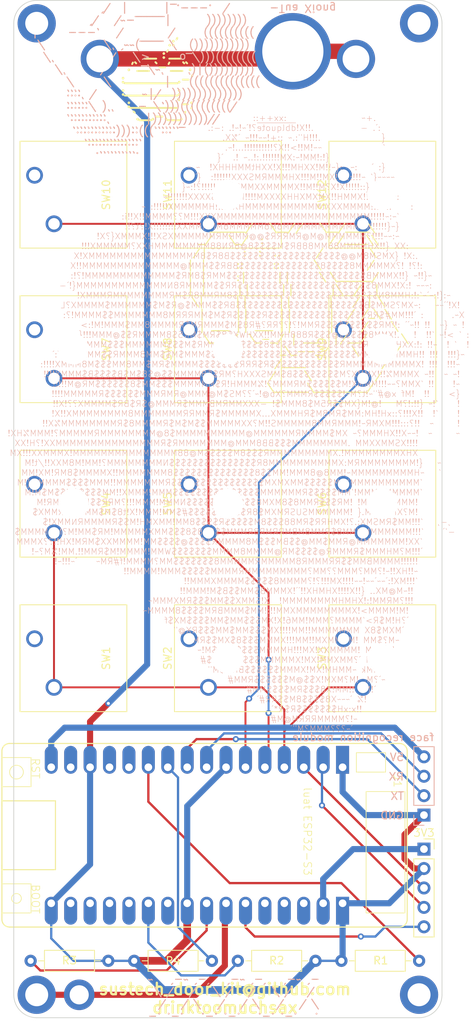
<source format=kicad_pcb>
(kicad_pcb (version 20221018) (generator pcbnew)
  (title_block (title "sustech_door_kit_exMoudle") (date "2023-07-05") (company "drinktoomuchsax"))
  (layers (0 "F.Cu" signal) (31 "B.Cu" signal) (34 "B.Paste" user) (35 "F.Paste" user) (36 "B.SilkS" user "B.Silkscreen") (37 "F.SilkS" user "F.Silkscreen") (38 "B.Mask" user) (39 "F.Mask" user) (44 "Edge.Cuts" user))
  (net 0 "")
  (net 13 "+5V")
  (net 14 "GND")
  (net 15 "Net-(J1-GPIO4)")
  (net 16 "Net-(J1-GPIO5)")
  (net 21 "Net-(J1-3v3)")
  (net 24 "Net-(J1-GPIO12)")
  (net 25 "Net-(J1-GPIO015)")
  (net 28 "/Lidar_RX")
  (net 29 "/Lidar_TX")
  (net 30 "/touch_pad")
  (net 31 "/FR_RX")
  (net 34 "Net-(J1-GPIO13)")
  (net 35 "/FR_TX")
  (net 37 "Net-(J1-GPIO9)")
  (net 38 "Net-(J1-GPIO8)")
  (net 39 "Net-(J1-GPIO3)")
  (footprint "Button_Switch_Keyboard:SW_Cherry_MX_1.00u_Plate" (layer "F.Cu") (at 46.235 47.793299 90)
    (fp_text reference "SW10" (at -2.556701 9.365 90) (layer "F.SilkS"))
    (fp_text value "SW_Push")
    (fp_line (start -9.525 -1.905) (end 4.445 -1.905) (stroke (width 0.12)) (layer "F.SilkS"))
    (fp_line (start -9.525 12.065) (end -9.525 -1.905) (stroke (width 0.12)) (layer "F.SilkS"))
    (fp_line (start 4.445 -1.905) (end 4.445 12.065) (stroke (width 0.12)) (layer "F.SilkS"))
    (fp_line (start 4.445 12.065) (end -9.525 12.065) (stroke (width 0.12)) (layer "F.SilkS"))
    (pad "" np_thru_hole circle (at -2.54 5.08 90) (size 4 4) (drill 4) (layers "*.Cu" "*.Mask"))
    (pad "1" thru_hole circle (at 0 0 90) (size 2.2 2.2) (drill 1.5) (layers "*.Cu" "*.Mask"))
    (pad "2" thru_hole circle (at -6.35 2.54 90) (size 2.2 2.2) (drill 1.5) (layers "*.Cu" "*.Mask") (net 16 "Net-(J1-GPIO5)"))
  )
  (footprint "Button_Switch_Keyboard:SW_Cherry_MX_1.00u_Plate" (layer "F.Cu") (at 46.235 67.993299 90)
    (fp_text reference "SW7" (at -2.556701 9.365 90) (layer "F.SilkS"))
    (fp_text value "SW_Push")
    (fp_line (start -9.525 -1.905) (end 4.445 -1.905) (stroke (width 0.12)) (layer "F.SilkS"))
    (fp_line (start -9.525 12.065) (end -9.525 -1.905) (stroke (width 0.12)) (layer "F.SilkS"))
    (fp_line (start 4.445 -1.905) (end 4.445 12.065) (stroke (width 0.12)) (layer "F.SilkS"))
    (fp_line (start 4.445 12.065) (end -9.525 12.065) (stroke (width 0.12)) (layer "F.SilkS"))
    (pad "" np_thru_hole circle (at -2.54 5.08 90) (size 4 4) (drill 4) (layers "*.Cu" "*.Mask"))
    (pad "1" thru_hole circle (at 0 0 90) (size 2.2 2.2) (drill 1.5) (layers "*.Cu" "*.Mask"))
    (pad "2" thru_hole circle (at -6.35 2.54 90) (size 2.2 2.2) (drill 1.5) (layers "*.Cu" "*.Mask") (net 15 "Net-(J1-GPIO4)"))
  )
  (footprint "Resistor_THT:R_Axial_DIN0207_L6.3mm_D2.5mm_P10.16mm_Horizontal" (layer "F.Cu") (at 55.88 150.495 180)
    (fp_text reference "R3" (at 5.08 0.045 180) (layer "F.SilkS"))
    (fp_text value "R")
    (fp_line (start 1.04 0) (end 1.81 0) (stroke (width 0.12)) (layer "F.SilkS"))
    (fp_line (start 1.81 -1.37) (end 1.81 1.37) (stroke (width 0.12)) (layer "F.SilkS"))
    (fp_line (start 1.81 1.37) (end 8.35 1.37) (stroke (width 0.12)) (layer "F.SilkS"))
    (fp_line (start 8.35 -1.37) (end 1.81 -1.37) (stroke (width 0.12)) (layer "F.SilkS"))
    (fp_line (start 8.35 1.37) (end 8.35 -1.37) (stroke (width 0.12)) (layer "F.SilkS"))
    (fp_line (start 9.12 0) (end 8.35 0) (stroke (width 0.12)) (layer "F.SilkS"))
    (pad "1" thru_hole circle (at 0 0 180) (size 1.6 1.6) (drill 0.8) (layers "*.Cu" "*.Mask") (net 14 "GND"))
    (pad "2" thru_hole oval (at 10.16 0 180) (size 1.6 1.6) (drill 0.8) (layers "*.Cu" "*.Mask") (net 34 "Net-(J1-GPIO13)"))
  )
  (footprint "My_hole:R3R5" (layer "F.Cu") (at 96.52 27.763299)
    (fp_text reference "REF**" hide)
    (fp_text value "R3R5")
    (pad "1" thru_hole circle (at -0.005 0.17 180) (size 5 5) (drill 3) (layers "*.Cu" "*.Mask"))
  )
  (footprint "Button_Switch_Keyboard:SW_Cherry_MX_1.00u_Plate" (layer "F.Cu") (at 86.635 67.993299 90)
    (fp_text reference "SW9" (at -2.54 -2.794 90) (layer "F.SilkS"))
    (fp_text value "SW_Push")
    (fp_line (start -9.525 -1.905) (end 4.445 -1.905) (stroke (width 0.12)) (layer "F.SilkS"))
    (fp_line (start -9.525 12.065) (end -9.525 -1.905) (stroke (width 0.12)) (layer "F.SilkS"))
    (fp_line (start 4.445 -1.905) (end 4.445 12.065) (stroke (width 0.12)) (layer "F.SilkS"))
    (fp_line (start 4.445 12.065) (end -9.525 12.065) (stroke (width 0.12)) (layer "F.SilkS"))
    (pad "" np_thru_hole circle (at -2.54 5.08 90) (size 4 4) (drill 4) (layers "*.Cu" "*.Mask"))
    (pad "1" thru_hole circle (at 0 0 90) (size 2.2 2.2) (drill 1.5) (layers "*.Cu" "*.Mask"))
    (pad "2" thru_hole circle (at -6.35 2.54 90) (size 2.2 2.2) (drill 1.5) (layers "*.Cu" "*.Mask") (net 16 "Net-(J1-GPIO5)"))
  )
  (footprint "Button_Switch_Keyboard:SW_Cherry_MX_1.00u_Plate" (layer "F.Cu") (at 86.635 88.193299 90)
    (fp_text reference "SW6" (at -2.54 -2.794 90) (layer "F.SilkS"))
    (fp_text value "SW_Push")
    (fp_line (start -9.525 -1.905) (end 4.445 -1.905) (stroke (width 0.12)) (layer "F.SilkS"))
    (fp_line (start -9.525 12.065) (end -9.525 -1.905) (stroke (width 0.12)) (layer "F.SilkS"))
    (fp_line (start 4.445 -1.905) (end 4.445 12.065) (stroke (width 0.12)) (layer "F.SilkS"))
    (fp_line (start 4.445 12.065) (end -9.525 12.065) (stroke (width 0.12)) (layer "F.SilkS"))
    (pad "" np_thru_hole circle (at -2.54 5.08 90) (size 4 4) (drill 4) (layers "*.Cu" "*.Mask"))
    (pad "1" thru_hole circle (at 0 0 90) (size 2.2 2.2) (drill 1.5) (layers "*.Cu" "*.Mask"))
    (pad "2" thru_hole circle (at -6.35 2.54 90) (size 2.2 2.2) (drill 1.5) (layers "*.Cu" "*.Mask") (net 15 "Net-(J1-GPIO4)"))
  )
  (footprint "Button_Switch_Keyboard:SW_Cherry_MX_1.00u_Plate" (layer "F.Cu") (at 46.235 108.393299 90)
    (fp_text reference "SW1" (at -2.556701 9.365 90) (layer "F.SilkS"))
    (fp_text value "SW_Push")
    (fp_line (start -9.525 -1.905) (end 4.445 -1.905) (stroke (width 0.12)) (layer "F.SilkS"))
    (fp_line (start -9.525 12.065) (end -9.525 -1.905) (stroke (width 0.12)) (layer "F.SilkS"))
    (fp_line (start 4.445 -1.905) (end 4.445 12.065) (stroke (width 0.12)) (layer "F.SilkS"))
    (fp_line (start 4.445 12.065) (end -9.525 12.065) (stroke (width 0.12)) (layer "F.SilkS"))
    (pad "" np_thru_hole circle (at -2.54 5.08 90) (size 4 4) (drill 4) (layers "*.Cu" "*.Mask"))
    (pad "1" thru_hole circle (at 0 0 90) (size 2.2 2.2) (drill 1.5) (layers "*.Cu" "*.Mask"))
    (pad "2" thru_hole circle (at -6.35 2.54 90) (size 2.2 2.2) (drill 1.5) (layers "*.Cu" "*.Mask") (net 39 "Net-(J1-GPIO3)"))
  )
  (footprint "Resistor_THT:R_Axial_DIN0207_L6.3mm_D2.5mm_P10.16mm_Horizontal" (layer "F.Cu") (at 69.426666 150.495 180)
    (fp_text reference "R4" (at 5.076666 -0.005 180) (layer "F.SilkS"))
    (fp_text value "R")
    (fp_line (start 1.04 0) (end 1.81 0) (stroke (width 0.12)) (layer "F.SilkS"))
    (fp_line (start 1.81 -1.37) (end 1.81 1.37) (stroke (width 0.12)) (layer "F.SilkS"))
    (fp_line (start 1.81 1.37) (end 8.35 1.37) (stroke (width 0.12)) (layer "F.SilkS"))
    (fp_line (start 8.35 -1.37) (end 1.81 -1.37) (stroke (width 0.12)) (layer "F.SilkS"))
    (fp_line (start 8.35 1.37) (end 8.35 -1.37) (stroke (width 0.12)) (layer "F.SilkS"))
    (fp_line (start 9.12 0) (end 8.35 0) (stroke (width 0.12)) (layer "F.SilkS"))
    (pad "1" thru_hole circle (at 0 0 180) (size 1.6 1.6) (drill 0.8) (layers "*.Cu" "*.Mask") (net 38 "Net-(J1-GPIO8)"))
    (pad "2" thru_hole oval (at 10.16 0 180) (size 1.6 1.6) (drill 0.8) (layers "*.Cu" "*.Mask") (net 14 "GND"))
  )
  (footprint "Button_Switch_Keyboard:SW_Cherry_MX_1.00u_Plate" (layer "F.Cu") (at 66.435 47.793299 90)
    (fp_text reference "SW11" (at -2.54 -2.794 90) (layer "F.SilkS"))
    (fp_text value "SW_Push")
    (fp_line (start -9.525 -1.905) (end 4.445 -1.905) (stroke (width 0.12)) (layer "F.SilkS"))
    (fp_line (start -9.525 12.065) (end -9.525 -1.905) (stroke (width 0.12)) (layer "F.SilkS"))
    (fp_line (start 4.445 -1.905) (end 4.445 12.065) (stroke (width 0.12)) (layer "F.SilkS"))
    (fp_line (start 4.445 12.065) (end -9.525 12.065) (stroke (width 0.12)) (layer "F.SilkS"))
    (pad "" np_thru_hole circle (at -2.54 5.08 90) (size 4 4) (drill 4) (layers "*.Cu" "*.Mask"))
    (pad "1" thru_hole circle (at 0 0 90) (size 2.2 2.2) (drill 1.5) (layers "*.Cu" "*.Mask"))
    (pad "2" thru_hole circle (at -6.35 2.54 90) (size 2.2 2.2) (drill 1.5) (layers "*.Cu" "*.Mask") (net 16 "Net-(J1-GPIO5)"))
  )
  (footprint "Button_Switch_Keyboard:SW_Cherry_MX_1.00u_Plate" (layer "F.Cu") (at 46.235 88.193299 90)
    (fp_text reference "SW4" (at -2.556701 9.365 90) (layer "F.SilkS"))
    (fp_text value "SW_Push")
    (fp_line (start -9.525 -1.905) (end 4.445 -1.905) (stroke (width 0.12)) (layer "F.SilkS"))
    (fp_line (start -9.525 12.065) (end -9.525 -1.905) (stroke (width 0.12)) (layer "F.SilkS"))
    (fp_line (start 4.445 -1.905) (end 4.445 12.065) (stroke (width 0.12)) (layer "F.SilkS"))
    (fp_line (start 4.445 12.065) (end -9.525 12.065) (stroke (width 0.12)) (layer "F.SilkS"))
    (pad "" np_thru_hole circle (at -2.54 5.08 90) (size 4 4) (drill 4) (layers "*.Cu" "*.Mask"))
    (pad "1" thru_hole circle (at 0 0 90) (size 2.2 2.2) (drill 1.5) (layers "*.Cu" "*.Mask"))
    (pad "2" thru_hole circle (at -6.35 2.54 90) (size 2.2 2.2) (drill 1.5) (layers "*.Cu" "*.Mask") (net 39 "Net-(J1-GPIO3)"))
  )
  (footprint "Button_Switch_Keyboard:SW_Cherry_MX_1.00u_Plate" (layer "F.Cu") (at 66.435 88.193299 90)
    (fp_text reference "SW5" (at -2.54 -2.794 90) (layer "F.SilkS"))
    (fp_text value "SW_Push")
    (fp_line (start -9.525 -1.905) (end 4.445 -1.905) (stroke (width 0.12)) (layer "F.SilkS"))
    (fp_line (start -9.525 12.065) (end -9.525 -1.905) (stroke (width 0.12)) (layer "F.SilkS"))
    (fp_line (start 4.445 -1.905) (end 4.445 12.065) (stroke (width 0.12)) (layer "F.SilkS"))
    (fp_line (start 4.445 12.065) (end -9.525 12.065) (stroke (width 0.12)) (layer "F.SilkS"))
    (pad "" np_thru_hole circle (at -2.54 5.08 90) (size 4 4) (drill 4) (layers "*.Cu" "*.Mask"))
    (pad "1" thru_hole circle (at 0 0 90) (size 2.2 2.2) (drill 1.5) (layers "*.Cu" "*.Mask"))
    (pad "2" thru_hole circle (at -6.35 2.54 90) (size 2.2 2.2) (drill 1.5) (layers "*.Cu" "*.Mask") (net 15 "Net-(J1-GPIO4)"))
  )
  (footprint "Button_Switch_Keyboard:SW_Cherry_MX_1.00u_Plate" (layer "F.Cu") (at 66.435 67.993299 90)
    (fp_text reference "SW8" (at -2.54 -2.794 90) (layer "F.SilkS"))
    (fp_text value "SW_Push")
    (fp_line (start -9.525 -1.905) (end 4.445 -1.905) (stroke (width 0.12)) (layer "F.SilkS"))
    (fp_line (start -9.525 12.065) (end -9.525 -1.905) (stroke (width 0.12)) (layer "F.SilkS"))
    (fp_line (start 4.445 -1.905) (end 4.445 12.065) (stroke (width 0.12)) (layer "F.SilkS"))
    (fp_line (start 4.445 12.065) (end -9.525 12.065) (stroke (width 0.12)) (layer "F.SilkS"))
    (pad "" np_thru_hole circle (at -2.54 5.08 90) (size 4 4) (drill 4) (layers "*.Cu" "*.Mask"))
    (pad "1" thru_hole circle (at 0 0 90) (size 2.2 2.2) (drill 1.5) (layers "*.Cu" "*.Mask"))
    (pad "2" thru_hole circle (at -6.35 2.54 90) (size 2.2 2.2) (drill 1.5) (layers "*.Cu" "*.Mask") (net 15 "Net-(J1-GPIO4)"))
  )
  (footprint "Resistor_THT:R_Axial_DIN0207_L6.3mm_D2.5mm_P10.16mm_Horizontal" (layer "F.Cu") (at 82.973332 150.495 180)
    (fp_text reference "R2" (at 5.08 0.045 180) (layer "F.SilkS"))
    (fp_text value "R")
    (fp_line (start 1.04 0) (end 1.81 0) (stroke (width 0.12)) (layer "F.SilkS"))
    (fp_line (start 1.81 -1.37) (end 1.81 1.37) (stroke (width 0.12)) (layer "F.SilkS"))
    (fp_line (start 1.81 1.37) (end 8.35 1.37) (stroke (width 0.12)) (layer "F.SilkS"))
    (fp_line (start 8.35 -1.37) (end 1.81 -1.37) (stroke (width 0.12)) (layer "F.SilkS"))
    (fp_line (start 8.35 1.37) (end 8.35 -1.37) (stroke (width 0.12)) (layer "F.SilkS"))
    (fp_line (start 9.12 0) (end 8.35 0) (stroke (width 0.12)) (layer "F.SilkS"))
    (pad "1" thru_hole circle (at 0 0 180) (size 1.6 1.6) (drill 0.8) (layers "*.Cu" "*.Mask") (net 14 "GND"))
    (pad "2" thru_hole oval (at 10.16 0 180) (size 1.6 1.6) (drill 0.8) (layers "*.Cu" "*.Mask") (net 24 "Net-(J1-GPIO12)"))
  )
  (footprint "My_hole:R3R5" (layer "F.Cu") (at 46.99 154.763299)
    (fp_text reference "REF**" hide)
    (fp_text value "R3R5")
    (pad "1" thru_hole circle (at -0.475 0.17 180) (size 5 5) (drill 3) (layers "*.Cu" "*.Mask") (net 30 "/touch_pad"))
  )
  (footprint "My_hole:R3R5" (layer "F.Cu") (at 96.52 155.398299)
    (fp_text reference "REF**" hide)
    (fp_text value "R3R5")
    (pad "1" thru_hole circle (at -0.005 -0.465 180) (size 5 5) (drill 3) (layers "*.Cu" "*.Mask"))
  )
  (footprint "My_hole:R3R5" (layer "F.Cu") (at 46.355 27.763299)
    (fp_text reference "REF**" hide)
    (fp_text value "R3R5")
    (pad "1" thru_hole circle (at 0.16 0.17 180) (size 5 5) (drill 3) (layers "*.Cu" "*.Mask"))
  )
  (footprint "Connector_PinSocket_2.54mm:PinSocket_1x05_P2.54mm_Vertical" (layer "F.Cu") (at 97.155 135.89)
    (fp_text reference "J3" hide)
    (fp_text value "Lidar")
    (fp_line (start -1.33 1.27) (end -1.33 11.49) (stroke (width 0.12)) (layer "F.SilkS"))
    (fp_line (start -1.33 1.27) (end 1.33 1.27) (stroke (width 0.12)) (layer "F.SilkS"))
    (fp_line (start -1.33 11.49) (end 1.33 11.49) (stroke (width 0.12)) (layer "F.SilkS"))
    (fp_line (start 0 -1.33) (end 1.33 -1.33) (stroke (width 0.12)) (layer "F.SilkS"))
    (fp_line (start 1.33 -1.33) (end 1.33 0) (stroke (width 0.12)) (layer "F.SilkS"))
    (fp_line (start 1.33 1.27) (end 1.33 11.49) (stroke (width 0.12)) (layer "F.SilkS"))
    (pad "1" thru_hole rect (at 0 0) (size 1.7 1.7) (drill 1) (layers "*.Cu" "*.Mask") (net 21 "Net-(J1-3v3)"))
    (pad "2" thru_hole oval (at 0 2.54) (size 1.7 1.7) (drill 1) (layers "*.Cu" "*.Mask") (net 14 "GND"))
    (pad "3" thru_hole oval (at 0 5.08) (size 1.7 1.7) (drill 1) (layers "*.Cu" "*.Mask") (net 29 "/Lidar_TX"))
    (pad "4" thru_hole oval (at 0 7.62) (size 1.7 1.7) (drill 1) (layers "*.Cu" "*.Mask") (net 28 "/Lidar_RX"))
    (pad "5" thru_hole oval (at 0 10.16) (size 1.7 1.7) (drill 1) (layers "*.Cu" "*.Mask") (net 25 "Net-(J1-GPIO015)"))
  )
  (footprint "Button_Switch_Keyboard:SW_Cherry_MX_1.00u_Plate" (layer "F.Cu") (at 66.435 108.393299 90)
    (fp_text reference "SW2" (at -2.54 -2.794 90) (layer "F.SilkS"))
    (fp_text value "SW_Push")
    (fp_line (start -9.525 -1.905) (end 4.445 -1.905) (stroke (width 0.12)) (layer "F.SilkS"))
    (fp_line (start -9.525 12.065) (end -9.525 -1.905) (stroke (width 0.12)) (layer "F.SilkS"))
    (fp_line (start 4.445 -1.905) (end 4.445 12.065) (stroke (width 0.12)) (layer "F.SilkS"))
    (fp_line (start 4.445 12.065) (end -9.525 12.065) (stroke (width 0.12)) (layer "F.SilkS"))
    (pad "" np_thru_hole circle (at -2.54 5.08 90) (size 4 4) (drill 4) (layers "*.Cu" "*.Mask"))
    (pad "1" thru_hole circle (at 0 0 90) (size 2.2 2.2) (drill 1.5) (layers "*.Cu" "*.Mask"))
    (pad "2" thru_hole circle (at -6.35 2.54 90) (size 2.2 2.2) (drill 1.5) (layers "*.Cu" "*.Mask") (net 39 "Net-(J1-GPIO3)"))
  )
  (footprint "Button_Switch_Keyboard:SW_Cherry_MX_1.00u_Plate" (layer "F.Cu") (at 86.635 108.393299 90)
    (fp_text reference "SW3" (at -2.54 -2.794 90) (layer "F.SilkS"))
    (fp_text value "SW_Push")
    (fp_line (start -9.525 -1.905) (end 4.445 -1.905) (stroke (width 0.12)) (layer "F.SilkS"))
    (fp_line (start -9.525 12.065) (end -9.525 -1.905) (stroke (width 0.12)) (layer "F.SilkS"))
    (fp_line (start 4.445 -1.905) (end 4.445 12.065) (stroke (width 0.12)) (layer "F.SilkS"))
    (fp_line (start 4.445 12.065) (end -9.525 12.065) (stroke (width 0.12)) (layer "F.SilkS"))
    (pad "" np_thru_hole circle (at -2.54 5.08 90) (size 4 4) (drill 4) (layers "*.Cu" "*.Mask"))
    (pad "1" thru_hole circle (at 0 0 90) (size 2.2 2.2) (drill 1.5) (layers "*.Cu" "*.Mask"))
    (pad "2" thru_hole circle (at -6.35 2.54 90) (size 2.2 2.2) (drill 1.5) (layers "*.Cu" "*.Mask") (net 39 "Net-(J1-GPIO3)"))
  )
  (footprint "Resistor_THT:R_Axial_DIN0207_L6.3mm_D2.5mm_P10.16mm_Horizontal" (layer "F.Cu") (at 96.52 150.495 180)
    (fp_text reference "R1" (at 5.02 0.045 180) (layer "F.SilkS"))
    (fp_text value "R")
    (fp_line (start 1.04 0) (end 1.81 0) (stroke (width 0.12)) (layer "F.SilkS"))
    (fp_line (start 1.81 -1.37) (end 1.81 1.37) (stroke (width 0.12)) (layer "F.SilkS"))
    (fp_line (start 1.81 1.37) (end 8.35 1.37) (stroke (width 0.12)) (layer "F.SilkS"))
    (fp_line (start 8.35 -1.37) (end 1.81 -1.37) (stroke (width 0.12)) (layer "F.SilkS"))
    (fp_line (start 8.35 1.37) (end 8.35 -1.37) (stroke (width 0.12)) (layer "F.SilkS"))
    (fp_line (start 9.12 0) (end 8.35 0) (stroke (width 0.12)) (layer "F.SilkS"))
    (pad "1" thru_hole circle (at 0 0 180) (size 1.6 1.6) (drill 0.8) (layers "*.Cu" "*.Mask") (net 37 "Net-(J1-GPIO9)"))
    (pad "2" thru_hole oval (at 10.16 0 180) (size 1.6 1.6) (drill 0.8) (layers "*.Cu" "*.Mask") (net 14 "GND"))
  )
  (footprint "Button_Switch_Keyboard:SW_Cherry_MX_1.00u_Plate" (layer "F.Cu") (at 86.635 47.793299 90)
    (fp_text reference "SW12" (at -2.54 -2.794 90) (layer "F.SilkS"))
    (fp_text value "SW_Push")
    (fp_line (start -9.525 -1.905) (end 4.445 -1.905) (stroke (width 0.12)) (layer "F.SilkS"))
    (fp_line (start -9.525 12.065) (end -9.525 -1.905) (stroke (width 0.12)) (layer "F.SilkS"))
    (fp_line (start 4.445 -1.905) (end 4.445 12.065) (stroke (width 0.12)) (layer "F.SilkS"))
    (fp_line (start 4.445 12.065) (end -9.525 12.065) (stroke (width 0.12)) (layer "F.SilkS"))
    (pad "" np_thru_hole circle (at -2.54 5.08 90) (size 4 4) (drill 4) (layers "*.Cu" "*.Mask"))
    (pad "1" thru_hole circle (at 0 0 90) (size 2.2 2.2) (drill 1.5) (layers "*.Cu" "*.Mask"))
    (pad "2" thru_hole circle (at -6.35 2.54 90) (size 2.2 2.2) (drill 1.5) (layers "*.Cu" "*.Mask") (net 16 "Net-(J1-GPIO5)"))
  )
  (footprint "MydevBoard:luat-esp32-s3-devBoard" (layer "F.Cu") (at 41.965 134.08 -90)
    (fp_text reference "J1" (at -7.08 -51.735 -90 unlocked) (layer "F.SilkS") (effects (font (thickness 0.1))))
    (fp_text value "luat-esp32-s3_socket")
    (fp_text user "luat ESP32-S3" (at -6.35 -39.37 -90 unlocked) (layer "F.SilkS") (effects (font (thickness 0.1)) (justify left bottom)))
    (fp_text user "BOOT" (at 6.35 -3.81 -90 unlocked) (layer "F.SilkS") (effects (font (thickness 0.1)) (justify left bottom)))
    (fp_text user "RST" (at -10.16 -3.81 -90 unlocked) (layer "F.SilkS") (effects (font (thickness 0.1)) (justify left bottom)))
    (fp_line (start -12 -52) (end -12 -1) (stroke (width 0.15)) (layer "F.SilkS"))
    (fp_line (start -11 -53) (end 11 -53) (stroke (width 0.15)) (layer "F.SilkS"))
    (fp_line (start -11 0) (end -5.08 0) (stroke (width 0.15)) (layer "F.SilkS"))
    (fp_line (start -5.08 0) (end -3.81 0) (stroke (width 0.15)) (layer "F.SilkS"))
    (fp_line (start 5.08 0) (end 3.81 0) (stroke (width 0.15)) (layer "F.SilkS"))
    (fp_line (start 11 0) (end 5.08 0) (stroke (width 0.15)) (layer "F.SilkS"))
    (fp_line (start 12 -52) (end 12 -1) (stroke (width 0.15)) (layer "F.SilkS"))
    (fp_rect (start -10.795 -46.355) (end -8.255 -50.165) (stroke (width 0.1)) (fill none) (layer "F.SilkS"))
    (fp_rect (start -10.16 0) (end -6.35 -3.81) (stroke (width 0.1)) (fill none) (layer "F.SilkS"))
    (fp_rect (start -4.5 -7) (end 4.5 0) (stroke (width 0.15)) (fill none) (layer "F.SilkS"))
    (fp_rect (start 6.35 0) (end 10.16 -3.81) (stroke (width 0.1)) (fill none) (layer "F.SilkS"))
    (fp_rect (start 10.16 -52.705) (end -5.715 -47.625) (stroke (width 0.1)) (fill none) (layer "F.SilkS"))
    (fp_arc (start -12 -52) (mid -11.707107 -52.707107) (end -11 -53) (stroke (width 0.15)) (layer "F.SilkS"))
    (fp_arc (start -11 0) (mid -11.707107 -0.292893) (end -12 -1) (stroke (width 0.15)) (layer "F.SilkS"))
    (fp_arc (start 11 -53) (mid 11.707107 -52.707107) (end 12 -52) (stroke (width 0.15)) (layer "F.SilkS"))
    (fp_arc (start 12 -1) (mid 11.707107 -0.292893) (end 11 0) (stroke (width 0.15)) (layer "F.SilkS"))
    (fp_circle (center -8.255 -1.905) (end -7.62 -1.27) (stroke (width 0.1)) (fill none) (layer "F.SilkS"))
    (fp_circle (center 8.255 -1.905) (end 8.89 -1.905) (stroke (width 0.1)) (fill none) (layer "F.SilkS"))
    (pad "1" thru_hole rect (at -8.89 -44.55 270) (size 3.644 1.712) (drill 1 (offset -0.972 0.006)) (layers "*.Cu" "*.Mask") (net 14 "GND"))
    (pad "2" thru_hole oval (at -8.89 -42.01 270) (size 3.644 1.712) (drill 1 (offset -0.972 0.006)) (layers "*.Cu" "*.Mask") (net 28 "/Lidar_RX"))
    (pad "3" thru_hole oval (at -8.89 -39.47 270) (size 3.644 1.712) (drill 1 (offset -0.972 0.006)) (layers "*.Cu" "*.Mask") (net 29 "/Lidar_TX"))
    (pad "4" thru_hole oval (at -8.89 -36.93 270) (size 3.644 1.7) (drill 1 (offset -0.972 0)) (layers "*.Cu" "*.Mask") (net 39 "Net-(J1-GPIO3)"))
    (pad "5" thru_hole oval (at -8.89 -34.39 270) (size 3.644 1.7) (drill 1 (offset -0.972 0)) (layers "*.Cu" "*.Mask") (net 15 "Net-(J1-GPIO4)"))
    (pad "6" thru_hole oval (at -8.89 -31.85 270) (size 3.644 1.7) (drill 1 (offset -0.972 0)) (layers "*.Cu" "*.Mask") (net 16 "Net-(J1-GPIO5)"))
    (pad "7" thru_hole oval (at -8.89 -29.31 270) (size 3.644 1.7) (drill 1 (offset -0.972 0)) (layers "*.Cu" "*.Mask") (net 14 "GND"))
    (pad "8" thru_hole oval (at -8.89 -26.77 270) (size 3.644 1.7) (drill 1 (offset -0.972 0)) (layers "*.Cu" "*.Mask") (net 31 "/FR_RX"))
    (pad "9" thru_hole oval (at -8.89 -24.23 270) (size 3.644 1.7) (drill 1 (offset -0.972 0)) (layers "*.Cu" "*.Mask") (net 35 "/FR_TX"))
    (pad "10" thru_hole oval (at -8.89 -21.69 270) (size 3.644 1.7) (drill 1 (offset -0.972 0)) (layers "*.Cu" "*.Mask") (net 38 "Net-(J1-GPIO8)"))
    (pad "11" thru_hole oval (at -8.89 -19.15 270) (size 3.644 1.7) (drill 1 (offset -0.972 0)) (layers "*.Cu" "*.Mask") (net 37 "Net-(J1-GPIO9)"))
    (pad "12" thru_hole oval (at -8.89 -16.61 270) (size 3.644 1.7) (drill 1 (offset -0.972 0)) (layers "*.Cu" "*.Mask"))
    (pad "13" thru_hole oval (at -8.89 -14.07 270) (size 3.644 1.7) (drill 1 (offset -0.972 0)) (layers "*.Cu" "*.Mask"))
    (pad "14" thru_hole oval (at -8.89 -11.53 270) (size 3.644 1.7) (drill 1 (offset -0.972 0)) (layers "*.Cu" "*.Mask") (net 14 "GND"))
    (pad "15" thru_hole oval (at -8.89 -8.99 270) (size 3.644 1.7) (drill 1 (offset -0.972 0)) (layers "*.Cu" "*.Mask"))
    (pad "16" thru_hole oval (at -8.89 -6.45 270) (size 3.644 1.7) (drill 1 (offset -0.972 0)) (layers "*.Cu" "*.Mask") (net 13 "+5V"))
    (pad "17" thru_hole rect (at 8.89 -44.55 270) (size 3.644 1.712) (drill 1 (offset 0.972 0.006)) (layers "*.Cu" "*.Mask") (net 14 "GND"))
    (pad "18" thru_hole oval (at 8.89 -42.01 270) (size 3.644 1.712) (drill 1 (offset 0.972 0.006)) (layers "*.Cu" "*.Mask") (net 21 "Net-(J1-3v3)"))
    (pad "19" thru_hole oval (at 8.89 -39.47 270) (size 3.644 1.712) (drill 1 (offset 0.972 0.006)) (layers "*.Cu" "*.Mask"))
    (pad "20" thru_hole oval (at 8.89 -36.93 270) (size 3.644 1.712) (drill 1 (offset 0.972 0.006)) (layers "*.Cu" "*.Mask"))
    (pad "21" thru_hole oval (at 8.89 -34.39 270) (size 3.644 1.7) (drill 1 (offset 0.972 0)) (layers "*.Cu" "*.Mask"))
    (pad "22" thru_hole oval (at 8.89 -31.85 270) (size 3.644 1.7) (drill 1 (offset 0.972 0)) (layers "*.Cu" "*.Mask") (net 25 "Net-(J1-GPIO015)"))
    (pad "23" thru_hole oval (at 8.89 -29.31 270) (size 3.644 1.712) (drill 1 (offset 0.972 0.006)) (layers "*.Cu" "*.Mask") (net 30 "/touch_pad"))
    (pad "24" thru_hole oval (at 8.89 -26.77 270) (size 3.644 1.7) (drill 1 (offset 0.972 0)) (layers "*.Cu" "*.Mask") (net 34 "Net-(J1-GPIO13)"))
    (pad "25" thru_hole oval (at 8.89 -24.23 270) (size 3.644 1.7) (drill 1 (offset 0.972 0)) (layers "*.Cu" "*.Mask") (net 14 "GND"))
    (pad "26" thru_hole oval (at 8.89 -21.69 270) (size 3.644 1.7) (drill 1 (offset 0.972 0)) (layers "*.Cu" "*.Mask"))
    (pad "27" thru_hole oval (at 8.89 -19.15 270) (size 3.644 1.7) (drill 1 (offset 0.972 0)) (layers "*.Cu" "*.Mask") (net 24 "Net-(J1-GPIO12)"))
    (pad "28" thru_hole oval (at 8.89 -16.61 270) (size 3.644 1.7) (drill 1 (offset 0.972 0)) (layers "*.Cu" "*.Mask"))
    (pad "29" thru_hole oval (at 8.89 -14.07 270) (size 3.644 1.7) (drill 1 (offset 0.972 0)) (layers "*.Cu" "*.Mask"))
    (pad "30" thru_hole oval (at 8.89 -11.53 270) (size 3.644 1.7) (drill 1 (offset 0.972 0)) (layers "*.Cu" "*.Mask"))
    (pad "31" thru_hole oval (at 8.89 -8.99 270) (size 3.644 1.7) (drill 1 (offset 0.972 0)) (layers "*.Cu" "*.Mask"))
    (pad "32" thru_hole oval (at 8.89 -6.45 270) (size 3.644 1.7) (drill 1 (offset 0.972 0)) (layers "*.Cu" "*.Mask") (net 14 "GND"))
  )
  (footprint "Connector_PinHeader_2.54mm:PinHeader_1x04_P2.54mm_Vertical" (layer "B.Cu") (at 97.155 131.445)
    (fp_text reference "J2" hide)
    (fp_text value "face recognition")
    (fp_line (start -1.33 -8.95) (end 1.33 -8.95) (stroke (width 0.12)) (layer "B.SilkS"))
    (fp_line (start -1.33 -1.27) (end -1.33 -8.95) (stroke (width 0.12)) (layer "B.SilkS"))
    (fp_line (start -1.33 -1.27) (end 1.33 -1.27) (stroke (width 0.12)) (layer "B.SilkS"))
    (fp_line (start -1.33 0) (end -1.33 1.33) (stroke (width 0.12)) (layer "B.SilkS"))
    (fp_line (start -1.33 1.33) (end 0 1.33) (stroke (width 0.12)) (layer "B.SilkS"))
    (fp_line (start 1.33 -1.27) (end 1.33 -8.95) (stroke (width 0.12)) (layer "B.SilkS"))
    (pad "1" thru_hole rect (at 0 0) (size 1.7 1.7) (drill 1) (layers "*.Cu" "*.Mask") (net 14 "GND"))
    (pad "2" thru_hole oval (at 0 -2.54) (size 1.7 1.7) (drill 1) (layers "*.Cu" "*.Mask") (net 35 "/FR_TX"))
    (pad "3" thru_hole oval (at 0 -5.08) (size 1.7 1.7) (drill 1) (layers "*.Cu" "*.Mask") (net 31 "/FR_RX"))
    (pad "4" thru_hole oval (at 0 -7.62) (size 1.7 1.7) (drill 1) (layers "*.Cu" "*.Mask") (net 13 "+5V"))
  )
  (gr_line (start 99.515 27.933299) (end 99.515 154.933299) (stroke (width 0.1)) (layer "Edge.Cuts"))
  (gr_line (start 96.515 157.933299) (end 46.515 157.933299) (stroke (width 0.1)) (layer "Edge.Cuts"))
  (gr_line (start 46.515 24.933299) (end 96.515 24.933299) (stroke (width 0.1)) (layer "Edge.Cuts"))
  (gr_arc (start 46.515 157.933299) (mid 44.39368 157.054619) (end 43.515 154.933299) (stroke (width 0.1)) (layer "Edge.Cuts"))
  (gr_arc (start 99.515 154.933299) (mid 98.63632 157.054619) (end 96.515 157.933299) (stroke (width 0.1)) (layer "Edge.Cuts"))
  (gr_arc (start 96.515 24.933299) (mid 98.63632 25.811979) (end 99.515 27.933299) (stroke (width 0.1)) (layer "Edge.Cuts"))
  (gr_line (start 43.515 154.933299) (end 43.515 27.933299) (stroke (width 0.1)) (layer "Edge.Cuts"))
  (gr_arc (start 43.515 27.933299) (mid 44.39368 25.811979) (end 46.515 24.933299) (stroke (width 0.1)) (layer "Edge.Cuts"))
  (gr_text "           .,,,,,,,,,,.\n         ,;;;;;;;;;;;;;;,\n       ,;;;;;;;;;;;)));;(((,,;;;,,_\n      ,;;;;;;;;;;'      |)))))))))))\\\\\n      ;;;;;;/ )''    - /,)))((((((((((\\\n      ;;;;' \\        ~|\\  ))))))))))))))\n      /     /         |   ((((((((((((((\n    /'      \\      _/~'    ')|()))))))))\n  /'         `\\   />     o_/)))((((((((\n /          /' `~~(____ /  ()))))))))))\n|     ---,   \\        \\     ((((((((((\n          `\\   \\~-_____|      ))))))))\n            `\\  |      |_.---.  \\       -Tua Xiong" (at 45.72 25.4 180) (layer "B.SilkS") (effects (font (size 1 1)) (justify left bottom mirror)))
  (gr_text "TX" (at 94.615 129.54) (layer "B.SilkS") (effects (font (size 1 1)) (justify left bottom mirror)))
  (gr_text "RX" (at 94.615 127) (layer "B.SilkS") (effects (font (size 1 1)) (justify left bottom mirror)))
  (gr_text "face recognition module" (at 98.55 121.85) (layer "B.SilkS") (effects (font (size 1 1)) (justify left bottom mirror)))
  (gr_text "5V" (at 94.615 124.46) (layer "B.SilkS") (effects (font (size 1 1)) (justify left bottom mirror)))
  (gr_text "                    .+~                :xx++::\n                   :`. -          .!!X!~{dblquote}?!`~!~!. :-:.\n                  {             .!!!H{dblquote}:.~ ::+!~~!!!~ `%X.\n                  '             ~~!M!!>!!X?!!!!!!!!!!...!~.\n                              {!:!MM!~:XM!!!!!!.:!..~ !.  `{\n                  {: `   :~ .:{~!!M!XXHM!!!X!XXHtMMHHHX!  ~ ~\n                ~~~~{' ~!!!:!!!!!XM!!M!!!XHMMMRMSXXX!!!!!!:  {`\n                  `{  {::!!!!!X!X?M!!M!!XMMMMXXMMMM??!!!!!?!:~{\n               : '~~~{!!!XMMH!!XMXMXHHXXXXM!!!!MMMMSXXXX!!!!!!!~\n            :    ::`~!!!MMMMXXXtMMMMMMMMMMMHX!!!!!!HMMMMMX!!!!!: ~\n               '~:~!!!!!MMMMMMMMMMMMMMMMMMMMMMXXX!!!M??MMMM!!X!!i:\n               {~{!!!!!XMMMMMMMMMMMM8M8MMMMM8MMMMMXX!!!!!!!!X!?t?!:\n               ~:~~!!!!?MMMMMM@M@RMRRR$@@MMRMRMMMMMMXSX!!!XMMMX{?X!\n             :XX {!!XHMMMM88MM88BR$M$$$$8@8RN88MMMMMMMMHXX?MMMMMX!!!\n           .:X! {XMSM8M@@$$$$$$$$$$$$$$$$$$$B8R$8MMMMMMMMMMMMMMMMX!X\n          :!?! !?XMMMMM8$$$$8$$$$$$$$$$$$$$BBR$$MMM@MMMMMMMMMMMMMM!!X\n        ~{!!~ {!!XMMMB$$$$$$$$$$$$$$$$$$$$$$$$MMR$8MR$MMMMMMMMMMMMM!?!:\n        :~~~ !:X!XMM8$$$$$$$$$$$$$$$$$$$$$$$RR$$MMMMR8NMMMMMMMMMMMMM{!`-\n    ~:{!:~`~':!:HMM8N$$$$$$$$$$$$$$$$$$$$$$$$$8MRMM8R$MRMMMMMMMMRMMMX!\n  !X!``~~   :~XM?SMM$B$$$$$$$$$$$$$$$$$$$$$$BR$$MMM$@R$M$MMMMMM$MMMMX?L\n X~.      : `!!!MM#$RR$$$$$$$$$$$$$$$$$R$$$$$R$M$MMRRRM8MMMMMMM$$MMMM!?:\n ! ~ {~  !! !!~`` :!!MR$$$$$$$$$$RMM!?!??RR?#R8$M$MMMRM$RMMMM8MM$MMM!M!:>\n: ' >!~ '!!  !   .!XMM8$$$$$@$$$R888HMM!!XXHWX$8$RM$MR5$8MMMMR$$@MMM!!!{ ~\n!  ' !  ~!! :!:XXHXMMMR$$$$$$$$$$$$$$$$8$$$$8$$$MMR$M$$$MMMMMM$$$MMM!!!!\n ~{!!!  !!! !!HMMMMMMMM$$$$$$$$$$$$$$$$$$$$$$$$$$MMM$M$$MM8MMMR$$MMXX!!!!/:`\n  ~!!!  !!! !XMMMMMMMMMMR$$$$$$$$$$$$R$RRR$$$$$$$MMMM$RM$MM8MM$$$M8MMMX!!!!:\n  !~ ~  !!~ XMMM%!!!XMMX?M$$$$$$$$B$MMSXXXH?MR$$8MMMM$$@$8$M$B$$$$B$MMMX!!!!\n  ~!    !! 'XMM?~~!!!MMMX!M$$$$$$MRMMM?!%MMMH!R$MMMMMM$$$MM$8$$$$$$MR@M!!!!!\n  {>    !!  !Mf x@#{dblquote}~!t?M~!$$$$$RMMM?Xb@!~`??MS$M@MMM@RMRMMM$$$$$$RMMMMM!!!!\n  !    '!~ {!!:!?M   !@!M{XM$$R5M$8MMM$! -XXXMMRMBMMM$RMMM@$R$BR$MMMMX??!X!!\n  !    '!  !!X!!!?::xH!HM:MM$RM8M$RHMMMX...XMMMMM$RMMRRMMMMMMM8MMMMMMMMX!!X!\n  !     ~  !!?:::!!!MXMR~!MMMRMM8MMMMMS!!M?XXMMMMM$$M$M$RMMMM8$RMMMMMMMM%X!!\n  ~     ~  !~~X!!XHMMM?~ XM$MMMMRMMMMMM@MMMMMMMMMM$8@MMMMMMMMRMMMMM?!MMM%HX!\n           !!!!XSMMXXMM .MMMMMMMM$$$BB8MMM@MMMMMMMR$RMMMMMMMMMMMMMMMXX!?H!XX\n           XHXMMMMMMMM!.XMMMMMMMMMR$$$8M$$$$$M@88MMMMMMMMMMMMMMM!XMMMXX!!!XM\n      ~   {!MMMMMMMMRM:XMMMMMMMMMM8R$$$$$$$$$$$$$$$NMMMMMMMM?!MM!M8MXX!!/t!M\n      '   ~HMMMMMMMMM~!MM8@8MMM!MM$$8$$$$$$$$$$$$$$8MMMMMMM!!XMMMM$8MR!MX!MM\n          'MMMMMMMMMM'MM$$$$$MMXMXM$$$$$$$$$$$$$$$$RMMMMMMM!!MMM$$$$MMMMM{!M\n          'MMMMMMMMM!'MM$$$$$RMMMMMM$$$$$$$$$$$$$$$MMM!MMMX!!MM$$$$$M$$M$M!M\n           !MMMMMM$M! !MR$$$RMM8$8MXM8$$$$$$$$$$$$NMMM!MMM!!!?MRR$$RXM$$MR!M\n           !M?XMM$$M.{ !MMMMMMSUSRMXM$8R$$$$$$$$$$#$MM!MMM!X!t8$M$MMMHMRMMX$\n    ,-,   '!!!MM$RMSMX:.?!XMHRR$RM88$$$8M$$$$$R$$$$8MM!MMXMH!M$$RMMMMRNMMX!$\n   -'`    '!!!MMMMMMMMMM8$RMM8MBMRRMR8RMMM$$$$8$8$$$MMXMMMMM!MR$MM!M?MMMMMM$\n          'XX!MMMMMMM@RMM$MM@$$BM$$$M8MMMMR$$$$@$$$$MM!MMMMXX$MRM!XH!!??XMMM\n          `!!!M?MHMMM$RMMMR@$$$$MR@MMMM8MMMM$$$$$$$WMM!MMMM!M$RMM!!.MM!%M?~!\n           !!!!!!MMMMBMM$$RRMMMR8MMMMMRMMMMM8$$$$$$$MM?MMMM!f#RM~    `~!!!~!\n           ~!!HX!!~!?MM?MMM??MM?MMMMMMMMMRMMMM$$$$$MMM!MMMM!!\n           '!!!MX!:`~~`~~!~~!!!!XM!!!?!?MMMM8$$$$$MMMMXMMM!!\n            !!~M@MX.. {!!X!!!!XHMHX!!``!XMMMB$MM$$B$M!MMM!!\n            !!!?MRMM!:!XHMHMMMMMMMM!  X!SMMX$$MM$$$RMXMMM~\n             !M!MMMM>!XMMMMMMMMXMM!!:!MM$MMMBRM$$$$8MMMM~\n             `?H!M$R>'MMMM?MMM!MM6!X!XM$$$MM$MM$$$$MX$f\n              `MXM$8X MMMMMMM!!MM!!!!XM$$$MM$MM$$$RX@{dblquote}\n               ~M?$MM !MMMMXM!!MM!!!XMMM$$$8$XM$$RM!`\n                !XMMM !MMMMXX!XM!!!HMMMM$$$$RH$$M!~\n                'M?MM `?MMXMM!XM!XMMMMM$$$$$RM$$#\n                 `>MMk ~MMHM!XM!XMMM$$$$$$BRM$M{dblquote}\n                  ~`?M. !M?MXM!X$$@M$$$$$$RMM#\n                    `!M  !!MM!X8$$$RM$$$$MM#`\n                      !% `~~~X8$$$$8M$$RR#`\n                       !!x:xH$$$$$$$R$R*`\n                        ~!?MMMMRRRM@M#`       \n                         `~???MMM?M{dblquote}`\n                             ``~~" (at 103.124 121.92) (layer "B.SilkS") (effects (font (size 0.8 0.8) (thickness 0.06)) (justify left bottom mirror)))
  (gr_text "-. .-.   .-. .-.   .-. .-.   .\n  \\   \\ /   \\   \\ /   \\   \\ /\n / \\   \\   / \\   \\   / \\   \\\n~   `-~ `-`   `-~ `-`   `-~ `-" (at 60.96 152.4 180) (layer "B.SilkS") (effects (font (size 1 1)) (justify left bottom mirror)))
  (gr_text "GND" (at 94.615 132.08) (layer "B.SilkS") (effects (font (size 1 1)) (justify left bottom mirror)))
  (gr_text "    ______/   \\__//   \\__/____\\\n  _/   \\_/  :           //____\\\\\n /|      :  :  ..      /        \\\n| |     ::     ::      \\        /\n| |     :|     ||     \\ \\______/\n| |     ||     ||      |\\  /  |\n \\|     ||     ||      |   / | \\\n  |     ||     ||      |  / /_\\ \\\n  | ___ || ___ ||      | /  /    \\\n   \\_-_/  \\_-_/ | ____ |/__/      \\\n                _\\_--_/    \\      /\n               /____             /\n              /     \\           /\n              \\______\\_________/" (at 66.04 76.2) (layer "F.SilkS") (effects (font (size 1 1)) (justify left bottom)))
  (gr_text "          .:'\n      __ :'__\n   .'`__ `-'__``.\n  :_________.-'\n  :_________:\n   :________`-;\n    `.__.-.__.'" (at 55.88 40.64) (layer "F.SilkS") (effects (font (size 1 1) (thickness 0.25) bold) (justify left bottom)))
  (gr_text "sustech_door_kit@github.com\ndrinktoomuchsax" (at 71.12 157.48) (layer "F.SilkS") (effects (font (size 1.5 1.5) (thickness 0.3) bold) (justify bottom)))
  (gr_text "3V3" (at 95.7 134.35) (layer "F.SilkS") (effects (font (size 1 1) (thickness 0.125)) (justify left bottom)))
  (segment (start 93.345 120.015) (end 50.165 120.015) (width 0.8) (layer "B.Cu") (net 13))
  (segment (start 50.165 120.015) (end 48.415 121.765) (width 0.8) (layer "B.Cu") (net 13))
  (segment (start 48.415 121.765) (end 48.415 125.19) (width 0.8) (layer "B.Cu") (net 13))
  (segment (start 97.155 123.825) (end 93.345 120.015) (width 0.8) (layer "B.Cu") (net 13))
  (segment (start 80.01 31.588299) (end 87.27 31.588299) (width 2) (layer "F.Cu") (net 14))
  (segment (start 94.615 133.985) (end 94.615 137.16) (width 0.8) (layer "F.Cu") (net 14))
  (segment (start 97.155 131.445) (end 94.615 133.985) (width 0.8) (layer "F.Cu") (net 14))
  (segment (start 66.195 147.8) (end 66.195 142.97) (width 1) (layer "F.Cu") (net 14))
  (segment (start 54.765 32.583299) (end 79.015 32.583299) (width 2) (layer "F.Cu") (net 14))
  (segment (start 53.495 119.225) (end 55.88 116.84) (width 0.8) (layer "F.Cu") (net 14))
  (segment (start 94.615 137.16) (end 95.885 138.43) (width 0.8) (layer "F.Cu") (net 14))
  (segment (start 63.5 150.495) (end 66.195 147.8) (width 1) (layer "F.Cu") (net 14))
  (segment (start 53.495 125.19) (end 53.495 119.225) (width 0.8) (layer "F.Cu") (net 14))
  (segment (start 59.266666 150.495) (end 63.5 150.495) (width 1) (layer "F.Cu") (net 14))
  (segment (start 95.885 138.43) (end 97.155 138.43) (width 0.8) (layer "F.Cu") (net 14))
  (via (at 55.88 116.84) (size 0.8) (drill 0.4) (layers "F.Cu" "B.Cu") (net 14))
  (via (at 54.765 32.583299) (size 5) (drill 3.5) (layers "F.Cu" "B.Cu") (net 14))
  (via (at 88.265 32.583299) (size 5) (drill 3.5) (layers "F.Cu" "B.Cu") (net 14))
  (via (at 80.01 31.588299) (size 10) (drill 8) (layers "F.Cu" "B.Cu") (net 14))
  (segment (start 55.88 116.84) (end 60.96 111.76) (width 0.8) (layer "B.Cu") (net 14))
  (segment (start 89.535 131.445) (end 86.515 128.425) (width 0.8) (layer "B.Cu") (net 14))
  (segment (start 48.415 142.97) (end 53.495 137.89) (width 0.8) (layer "B.Cu") (net 14))
  (segment (start 48.415 147.565) (end 48.415 142.97) (width 0.3) (layer "B.Cu") (net 14))
  (segment (start 53.495 137.89) (end 53.495 125.19) (width 0.8) (layer "B.Cu") (net 14))
  (segment (start 86.515 150.34) (end 86.36 150.495) (width 0.8) (layer "B.Cu") (net 14))
  (segment (start 66.195 130.27) (end 66.195 142.97) (width 0.8) (layer "B.Cu") (net 14))
  (segment (start 79.375 154.305) (end 79.375 154.093332) (width 1) (layer "B.Cu") (net 14))
  (segment (start 60.96 40.64) (end 54.765 34.445) (width 0.8) (layer "B.Cu") (net 14))
  (segment (start 71.275 125.19) (end 66.195 130.27) (width 0.8) (layer "B.Cu") (net 14))
  (segment (start 92.615 142.97) (end 86.515 142.97) (width 0.8) (layer "B.Cu") (net 14))
  (segment (start 51.345 150.495) (end 48.415 147.565) (width 0.3) (layer "B.Cu") (net 14))
  (segment (start 55.88 150.495) (end 59.266666 150.495) (width 0.3) (layer "B.Cu") (net 14))
  (segment (start 60.96 111.76) (end 60.96 40.64) (width 0.8) (layer "B.Cu") (net 14))
  (segment (start 97.155 138.43) (end 92.615 142.97) (width 0.8) (layer "B.Cu") (net 14))
  (segment (start 63.076666 154.305) (end 79.375 154.305) (width 1) (layer "B.Cu") (net 14))
  (segment (start 86.515 128.425) (end 86.515 125.19) (width 0.8) (layer "B.Cu") (net 14))
  (segment (start 55.88 150.495) (end 51.345 150.495) (width 0.3) (layer "B.Cu") (net 14))
  (segment (start 54.765 34.445) (end 54.765 32.583299) (width 0.8) (layer "B.Cu") (net 14))
  (segment (start 79.375 154.093332) (end 82.973332 150.495) (width 1) (layer "B.Cu") (net 14))
  (segment (start 97.155 131.445) (end 89.535 131.445) (width 0.8) (layer "B.Cu") (net 14))
  (segment (start 82.973332 150.495) (end 86.36 150.495) (width 0.3) (layer "B.Cu") (net 14))
  (segment (start 59.266666 150.495) (end 63.076666 154.305) (width 1) (layer "B.Cu") (net 14))
  (segment (start 86.515 142.97) (end 86.515 150.34) (width 0.8) (layer "B.Cu") (net 14))
  (segment (start 68.975 94.543299) (end 76.835 102.403299) (width 0.25) (layer "F.Cu") (net 15))
  (segment (start 68.975 74.343299) (end 48.775 74.343299) (width 0.25) (layer "F.Cu") (net 15))
  (segment (start 76.835 118.11) (end 76.835 124.71) (width 0.25) (layer "F.Cu") (net 15))
  (segment (start 76.835 102.403299) (end 76.835 111.125) (width 0.25) (layer "F.Cu") (net 15))
  (segment (start 89.175 94.543299) (end 68.975 94.543299) (width 0.25) (layer "F.Cu") (net 15))
  (segment (start 68.975 74.343299) (end 68.975 94.543299) (width 0.25) (layer "F.Cu") (net 15))
  (segment (start 76.835 124.71) (end 76.355 125.19) (width 0.25) (layer "F.Cu") (net 15))
  (via (at 76.835 118.11) (size 0.8) (drill 0.4) (layers "F.Cu" "B.Cu") (net 15))
  (via (at 76.835 111.125) (size 0.8) (drill 0.4) (layers "F.Cu" "B.Cu") (net 15))
  (segment (start 76.835 111.125) (end 76.835 118.11) (width 0.25) (layer "B.Cu") (net 15))
  (segment (start 74.295 116.205) (end 73.815 116.685) (width 0.25) (layer "F.Cu") (net 16))
  (segment (start 73.815 116.685) (end 73.815 125.19) (width 0.25) (layer "F.Cu") (net 16))
  (segment (start 89.175 54.143299) (end 89.175 74.343299) (width 0.25) (layer "F.Cu") (net 16))
  (segment (start 89.175 54.143299) (end 68.975 54.143299) (width 0.25) (layer "F.Cu") (net 16))
  (segment (start 48.775 54.143299) (end 68.975 54.143299) (width 0.25) (layer "F.Cu") (net 16))
  (via (at 74.295 116.205) (size 0.8) (drill 0.4) (layers "F.Cu" "B.Cu") (net 16))
  (segment (start 75.565 87.953299) (end 89.175 74.343299) (width 0.25) (layer "B.Cu") (net 16))
  (segment (start 75.565 114.935) (end 75.565 87.953299) (width 0.25) (layer "B.Cu") (net 16))
  (segment (start 74.295 116.205) (end 75.565 114.935) (width 0.25) (layer "B.Cu") (net 16))
  (segment (start 97.155 135.89) (end 87.8925 135.89) (width 0.8) (layer "B.Cu") (net 21))
  (segment (start 83.975 139.8075) (end 83.975 142.97) (width 0.8) (layer "B.Cu") (net 21))
  (segment (start 87.8925 135.89) (end 83.975 139.8075) (width 0.8) (layer "B.Cu") (net 21))
  (segment (start 71.12 152.4) (end 65.405 152.4) (width 0.3) (layer "B.Cu") (net 24))
  (segment (start 65.405 152.4) (end 61.115 148.11) (width 0.3) (layer "B.Cu") (net 24))
  (segment (start 61.115 148.11) (end 61.115 142.97) (width 0.3) (layer "B.Cu") (net 24))
  (segment (start 72.813332 150.495) (end 73.025 150.495) (width 0.3) (layer "B.Cu") (net 24))
  (segment (start 73.025 150.495) (end 71.12 152.4) (width 0.3) (layer "B.Cu") (net 24))
  (segment (start 73.815 146.115) (end 73.815 142.97) (width 0.3) (layer "F.Cu") (net 25))
  (segment (start 88.9 147.32) (end 75.02 147.32) (width 0.3) (layer "F.Cu") (net 25))
  (segment (start 75.02 147.32) (end 73.815 146.115) (width 0.3) (layer "F.Cu") (net 25))
  (via (at 88.9 147.32) (size 0.8) (drill 0.4) (layers "F.Cu" "B.Cu") (net 25))
  (segment (start 92.075 146.05) (end 90.805 147.32) (width 0.3) (layer "B.Cu") (net 25))
  (segment (start 90.805 147.32) (end 88.9 147.32) (width 0.3) (layer "B.Cu") (net 25))
  (segment (start 97.155 146.05) (end 92.075 146.05) (width 0.3) (layer "B.Cu") (net 25))
  (segment (start 97.155 143.51) (end 83.82 130.175) (width 0.3) (layer "F.Cu") (net 28))
  (via (at 83.82 130.175) (size 0.8) (drill 0.4) (layers "F.Cu" "B.Cu") (net 28))
  (segment (start 83.82 130.175) (end 83.82 125.345) (width 0.3) (layer "B.Cu") (net 28))
  (segment (start 83.82 125.345) (end 83.975 125.19) (width 0.3) (layer "B.Cu") (net 28))
  (segment (start 97.155 140.97) (end 81.435 125.25) (width 0.3) (layer "F.Cu") (net 29))
  (segment (start 81.435 125.25) (end 81.435 125.19) (width 0.3) (layer "F.Cu") (net 29))
  (segment (start 71.12 151.13) (end 71.12 143.125) (width 0.8) (layer "F.Cu") (net 30))
  (segment (start 46.515 154.933299) (end 52.063299 154.933299) (width 0.8) (layer "F.Cu") (net 30))
  (segment (start 71.12 143.125) (end 71.275 142.97) (width 0.8) (layer "F.Cu") (net 30))
  (segment (start 52.063299 154.933299) (end 52.07 154.94) (width 0.8) (layer "F.Cu") (net 30))
  (segment (start 67.31 154.94) (end 71.12 151.13) (width 0.8) (layer "F.Cu") (net 30))
  (segment (start 52.07 154.94) (end 67.31 154.94) (width 0.8) (layer "F.Cu") (net 30))
  (via (at 52.07 154.94) (size 4) (drill 2.5) (layers "F.Cu" "B.Cu") (net 30))
  (segment (start 71.005 120.765) (end 68.735 123.035) (width 0.3) (layer "B.Cu") (net 31))
  (segment (start 68.735 123.035) (end 68.735 125.19) (width 0.3) (layer "B.Cu") (net 31))
  (segment (start 91.555 120.765) (end 71.005 120.765) (width 0.3) (layer "B.Cu") (net 31))
  (segment (start 97.155 126.365) (end 91.555 120.765) (width 0.3) (layer "B.Cu") (net 31))
  (segment (start 46.99 151.765) (end 63.5 151.765) (width 0.3) (layer "F.Cu") (net 34))
  (segment (start 63.5 151.765) (end 68.735 146.53) (width 0.3) (layer "F.Cu") (net 34))
  (segment (start 68.735 146.53) (end 68.735 142.97) (width 0.3) (layer "F.Cu") (net 34))
  (segment (start 45.72 150.495) (end 46.99 151.765) (width 0.3) (layer "F.Cu") (net 34))
  (segment (start 72.55 121.5145) (end 67.416972 121.5145) (width 0.3) (layer "F.Cu") (net 35))
  (segment (start 66.195 123.035) (end 66.195 125.19) (width 0.3) (layer "F.Cu") (net 35))
  (segment (start 66.195 122.736472) (end 66.195 125.19) (width 0.3) (layer "F.Cu") (net 35))
  (segment (start 67.416972 121.5145) (end 66.195 122.736472) (width 0.3) (layer "F.Cu") (net 35))
  (via (at 72.55 121.5145) (size 0.8) (drill 0.4) (layers "F.Cu" "B.Cu") (net 35))
  (segment (start 89.7645 121.5145) (end 97.155 128.905) (width 0.3) (layer "B.Cu") (net 35))
  (segment (start 72.55 121.5145) (end 89.7645 121.5145) (width 0.3) (layer "B.Cu") (net 35))
  (segment (start 71.755 140.335) (end 61.115 129.695) (width 0.3) (layer "F.Cu") (net 37))
  (segment (start 96.52 150.495) (end 86.36 140.335) (width 0.3) (layer "F.Cu") (net 37))
  (segment (start 61.115 129.695) (end 61.115 125.19) (width 0.3) (layer "F.Cu") (net 37))
  (segment (start 86.36 140.335) (end 71.755 140.335) (width 0.3) (layer "F.Cu") (net 37))
  (segment (start 69.426666 150.495) (end 64.995 146.063334) (width 0.3) (layer "B.Cu") (net 38))
  (segment (start 64.995 126.53) (end 63.655 125.19) (width 0.3) (layer "B.Cu") (net 38))
  (segment (start 64.995 146.063334) (end 64.995 126.53) (width 0.3) (layer "B.Cu") (net 38))
  (segment (start 84.646701 114.743299) (end 78.895 120.495) (width 0.25) (layer "F.Cu") (net 39))
  (segment (start 89.175 114.743299) (end 84.646701 114.743299) (width 0.25) (layer "F.Cu") (net 39))
  (segment (start 78.895 117.63) (end 78.895 123.467665) (width 0.25) (layer "F.Cu") (net 39))
  (segment (start 76.008299 114.743299) (end 78.895 117.63) (width 0.25) (layer "F.Cu") (net 39))
  (segment (start 48.775 94.543299) (end 48.775 114.743299) (width 0.25) (layer "F.Cu") (net 39))
  (segment (start 68.975 114.743299) (end 76.008299 114.743299) (width 0.25) (layer "F.Cu") (net 39))
  (segment (start 78.895 123.467665) (end 78.895 125.19) (width 0.25) (layer "F.Cu") (net 39))
  (segment (start 78.895 120.495) (end 78.895 123.467665) (width 0.25) (layer "F.Cu") (net 39))
  (segment (start 68.975 114.743299) (end 48.775 114.743299) (width 0.25) (layer "F.Cu") (net 39))
)
</source>
